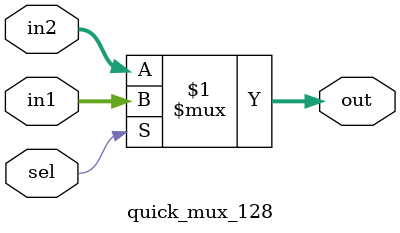
<source format=v>
module p_datapath
	(clk, counter, data_ina, data_inb, data_rdy,key_ina, key_inb, cipher_out);
	
input clk, data_ina, data_inb;
input [1:0] data_rdy;
input [7:0] counter;
input [63:0] key_ina, key_inb;	
output [127:0] cipher_out;

wire [63:0] Xout_a, Xout_b, Yout_a, Yout_b;

data_share2 share_a(.clk(clk), .data_rdy(data_rdy), .counter(counter[0]), .data_in(data_ina), 
						 .key_in(key_ina), .X_out(Xout_a), .Y_out(Yout_a), .Y_in(Yout_b));				 
data_share2 share_b(.clk(clk), .data_rdy(data_rdy), .counter(counter[0]), .data_in(data_inb), 
						 .key_in(key_inb), .X_out(Xout_b), .Y_out(Yout_b), .Y_in(Yout_a));


wire [127:0] res1, res2;
reg sel1, sel2;
always @(*) begin
	if (134 <= counter) begin
		sel1 <= 1;
		sel2 <= 1;
		//sel3 <= 1;
	end
	else begin		
		sel1 <= 0;
		sel2 <= 0;
		//sel3 <= 0;
	end
end
quick_mux_128 SHARE_A_OUT_MUX_128( .in1({Xout_a, Yout_a}), .in2(128'd0), .out(res1), .sel(sel1) );
quick_mux_128 SHARE_B_OUT_MUX_128( .in1({Xout_b, Yout_b}), .in2(128'd0), .out(res2), .sel(sel2) );
//quick_mux_128 SHARE_C_OUT_MUX_128( .in1({Xc, Yc}), .in2(128'd0), .out(res3), .sel(sel3) );
assign cipher_out = res1 ^ res2;

endmodule //simon_datapath


module data_share2(clk, data_rdy, counter, data_in,key_in, X_out, Y_out, Y_in);

input clk, counter, data_in;
input [63:0] key_in;
input [1:0] data_rdy;	
input [63:0] Y_in;
output [63:0] X_out, Y_out;

reg [63:0] X, Y;
wire [63:0] XL1_1, XL2_1, XL8_1;
assign XL1_1 = {X[62:0], X[63]}; 
assign XL2_1 = {X[61:0], X[63:62]}; 
assign XL8_1 = {X[55:0], X[63:56]}; 

wire [63:0] YL1_1, YL8_2;
assign YL1_1 = {Y[62:0], Y[63]}; 
assign YL8_2 = {Y_in[55:0], Y_in[63:56]}; 

wire [63:0] sout1, sout2;
sub1 s1(Y, XL2_1, XL8_1, XL1_1, sout1);
sub1 s2(X, key_in, YL1_1, YL8_2, sout2);
always@(posedge clk)
begin
   if(data_rdy ==1) begin
		{X, Y} <= {data_in, X, Y[63:1]};
	end
	else if(data_rdy ==3) begin			
		if (counter == 1'b0) begin							
			X <= sout1 ;
			Y <= X;
		end
		else begin
			X <= sout2;
		end
	end
end
	
assign X_out = X;
assign Y_out = Y;

endmodule






module sub1(i1, i2, i3, i4, o1);
input [63:0] i1, i2, i3, i4;
output [63:0] o1;
wire [63:0] andout;
and4 a1(i3[3:0], i4[3:0], andout[3:0]);
and4 a2(i3[7:4], i4[7:4], andout[7:4]);
and4 a3(i3[11:8], i4[11:8], andout[11:8]);
and4 a4(i3[15:12], i4[15:12], andout[15:12]);
and4 a5(i3[19:16], i4[19:16], andout[19:16]);
and4 a6(i3[23:20], i4[23:20], andout[23:20]);
and4 a7(i3[27:24], i4[27:24], andout[27:24]);
and4 a8(i3[31:28], i4[31:28], andout[31:28]);

and4 a9(i3[35:32], i4[35:32], andout[35:32]);
and4 a10(i3[39:36], i4[39:36], andout[39:36]);
and4 a11(i3[43:40], i4[43:40], andout[43:40]);
and4 a12(i3[47:44], i4[47:44], andout[47:44]);
and4 a13(i3[51:48], i4[51:48], andout[51:48]);
and4 a14(i3[55:52], i4[55:52], andout[55:52]);
and4 a15(i3[59:56], i4[59:56], andout[59:56]);
and4 a16(i3[63:60], i4[63:60], andout[63:60]);

assign o1 = i1 ^ i2 ^ andout;
endmodule

module and4(a1, a2, andout);
input [3:0] a1,a2;
output [3:0] andout;
assign andout = a1 & a2;
endmodule

module quick_mux_128(in1, in2, out, sel);
input [127:0] in1,in2;
input sel;
output [127:0] out;
assign out = sel?(in1):in2;

endmodule	
</source>
